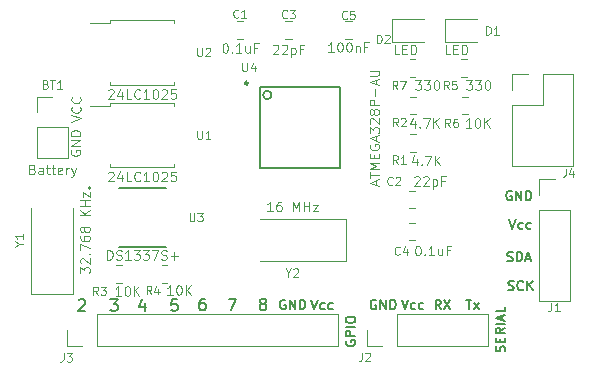
<source format=gto>
%TF.GenerationSoftware,KiCad,Pcbnew,(6.0.6)*%
%TF.CreationDate,2022-11-25T13:48:06+01:00*%
%TF.ProjectId,MCU DataLogger,4d435520-4461-4746-914c-6f676765722e,1*%
%TF.SameCoordinates,Original*%
%TF.FileFunction,Legend,Top*%
%TF.FilePolarity,Positive*%
%FSLAX46Y46*%
G04 Gerber Fmt 4.6, Leading zero omitted, Abs format (unit mm)*
G04 Created by KiCad (PCBNEW (6.0.6)) date 2022-11-25 13:48:06*
%MOMM*%
%LPD*%
G01*
G04 APERTURE LIST*
%ADD10C,0.100000*%
%ADD11C,0.150000*%
%ADD12C,0.120000*%
%ADD13C,0.152400*%
%ADD14C,0.254000*%
%ADD15C,0.127000*%
%ADD16C,0.200000*%
G04 APERTURE END LIST*
D10*
X44151600Y-95910323D02*
X44113504Y-95986514D01*
X44113504Y-96100800D01*
X44151600Y-96215085D01*
X44227790Y-96291276D01*
X44303980Y-96329371D01*
X44456361Y-96367466D01*
X44570647Y-96367466D01*
X44723028Y-96329371D01*
X44799219Y-96291276D01*
X44875409Y-96215085D01*
X44913504Y-96100800D01*
X44913504Y-96024609D01*
X44875409Y-95910323D01*
X44837314Y-95872228D01*
X44570647Y-95872228D01*
X44570647Y-96024609D01*
X44913504Y-95529371D02*
X44113504Y-95529371D01*
X44913504Y-95072228D01*
X44113504Y-95072228D01*
X44913504Y-94691276D02*
X44113504Y-94691276D01*
X44113504Y-94500800D01*
X44151600Y-94386514D01*
X44227790Y-94310323D01*
X44303980Y-94272228D01*
X44456361Y-94234133D01*
X44570647Y-94234133D01*
X44723028Y-94272228D01*
X44799219Y-94310323D01*
X44875409Y-94386514D01*
X44913504Y-94500800D01*
X44913504Y-94691276D01*
X44164304Y-93483209D02*
X44964304Y-93216542D01*
X44164304Y-92949876D01*
X44888114Y-92226066D02*
X44926209Y-92264161D01*
X44964304Y-92378447D01*
X44964304Y-92454638D01*
X44926209Y-92568923D01*
X44850019Y-92645114D01*
X44773828Y-92683209D01*
X44621447Y-92721304D01*
X44507161Y-92721304D01*
X44354780Y-92683209D01*
X44278590Y-92645114D01*
X44202400Y-92568923D01*
X44164304Y-92454638D01*
X44164304Y-92378447D01*
X44202400Y-92264161D01*
X44240495Y-92226066D01*
X44888114Y-91426066D02*
X44926209Y-91464161D01*
X44964304Y-91578447D01*
X44964304Y-91654638D01*
X44926209Y-91768923D01*
X44850019Y-91845114D01*
X44773828Y-91883209D01*
X44621447Y-91921304D01*
X44507161Y-91921304D01*
X44354780Y-91883209D01*
X44278590Y-91845114D01*
X44202400Y-91768923D01*
X44164304Y-91654638D01*
X44164304Y-91578447D01*
X44202400Y-91464161D01*
X44240495Y-91426066D01*
D11*
X67418000Y-112052000D02*
X67379904Y-112128190D01*
X67379904Y-112242476D01*
X67418000Y-112356761D01*
X67494190Y-112432952D01*
X67570380Y-112471047D01*
X67722761Y-112509142D01*
X67837047Y-112509142D01*
X67989428Y-112471047D01*
X68065619Y-112432952D01*
X68141809Y-112356761D01*
X68179904Y-112242476D01*
X68179904Y-112166285D01*
X68141809Y-112052000D01*
X68103714Y-112013904D01*
X67837047Y-112013904D01*
X67837047Y-112166285D01*
X68179904Y-111671047D02*
X67379904Y-111671047D01*
X67379904Y-111366285D01*
X67418000Y-111290095D01*
X67456095Y-111252000D01*
X67532285Y-111213904D01*
X67646571Y-111213904D01*
X67722761Y-111252000D01*
X67760857Y-111290095D01*
X67798952Y-111366285D01*
X67798952Y-111671047D01*
X68179904Y-110871047D02*
X67379904Y-110871047D01*
X67379904Y-110337714D02*
X67379904Y-110185333D01*
X67418000Y-110109142D01*
X67494190Y-110032952D01*
X67646571Y-109994857D01*
X67913238Y-109994857D01*
X68065619Y-110032952D01*
X68141809Y-110109142D01*
X68179904Y-110185333D01*
X68179904Y-110337714D01*
X68141809Y-110413904D01*
X68065619Y-110490095D01*
X67913238Y-110528190D01*
X67646571Y-110528190D01*
X67494190Y-110490095D01*
X67418000Y-110413904D01*
X67379904Y-110337714D01*
X80841809Y-112947219D02*
X80879904Y-112832933D01*
X80879904Y-112642457D01*
X80841809Y-112566266D01*
X80803714Y-112528171D01*
X80727523Y-112490076D01*
X80651333Y-112490076D01*
X80575142Y-112528171D01*
X80537047Y-112566266D01*
X80498952Y-112642457D01*
X80460857Y-112794838D01*
X80422761Y-112871028D01*
X80384666Y-112909123D01*
X80308476Y-112947219D01*
X80232285Y-112947219D01*
X80156095Y-112909123D01*
X80118000Y-112871028D01*
X80079904Y-112794838D01*
X80079904Y-112604361D01*
X80118000Y-112490076D01*
X80460857Y-112147219D02*
X80460857Y-111880552D01*
X80879904Y-111766266D02*
X80879904Y-112147219D01*
X80079904Y-112147219D01*
X80079904Y-111766266D01*
X80879904Y-110966266D02*
X80498952Y-111232933D01*
X80879904Y-111423409D02*
X80079904Y-111423409D01*
X80079904Y-111118647D01*
X80118000Y-111042457D01*
X80156095Y-111004361D01*
X80232285Y-110966266D01*
X80346571Y-110966266D01*
X80422761Y-111004361D01*
X80460857Y-111042457D01*
X80498952Y-111118647D01*
X80498952Y-111423409D01*
X80879904Y-110623409D02*
X80079904Y-110623409D01*
X80651333Y-110280552D02*
X80651333Y-109899600D01*
X80879904Y-110356742D02*
X80079904Y-110090076D01*
X80879904Y-109823409D01*
X80879904Y-109175790D02*
X80879904Y-109556742D01*
X80079904Y-109556742D01*
X81165828Y-107715009D02*
X81280114Y-107753104D01*
X81470590Y-107753104D01*
X81546780Y-107715009D01*
X81584876Y-107676914D01*
X81622971Y-107600723D01*
X81622971Y-107524533D01*
X81584876Y-107448342D01*
X81546780Y-107410247D01*
X81470590Y-107372152D01*
X81318209Y-107334057D01*
X81242019Y-107295961D01*
X81203923Y-107257866D01*
X81165828Y-107181676D01*
X81165828Y-107105485D01*
X81203923Y-107029295D01*
X81242019Y-106991200D01*
X81318209Y-106953104D01*
X81508685Y-106953104D01*
X81622971Y-106991200D01*
X82422971Y-107676914D02*
X82384876Y-107715009D01*
X82270590Y-107753104D01*
X82194400Y-107753104D01*
X82080114Y-107715009D01*
X82003923Y-107638819D01*
X81965828Y-107562628D01*
X81927733Y-107410247D01*
X81927733Y-107295961D01*
X81965828Y-107143580D01*
X82003923Y-107067390D01*
X82080114Y-106991200D01*
X82194400Y-106953104D01*
X82270590Y-106953104D01*
X82384876Y-106991200D01*
X82422971Y-107029295D01*
X82765828Y-107753104D02*
X82765828Y-106953104D01*
X83222971Y-107753104D02*
X82880114Y-107295961D01*
X83222971Y-106953104D02*
X82765828Y-107410247D01*
X81070571Y-105276609D02*
X81184857Y-105314704D01*
X81375333Y-105314704D01*
X81451523Y-105276609D01*
X81489619Y-105238514D01*
X81527714Y-105162323D01*
X81527714Y-105086133D01*
X81489619Y-105009942D01*
X81451523Y-104971847D01*
X81375333Y-104933752D01*
X81222952Y-104895657D01*
X81146761Y-104857561D01*
X81108666Y-104819466D01*
X81070571Y-104743276D01*
X81070571Y-104667085D01*
X81108666Y-104590895D01*
X81146761Y-104552800D01*
X81222952Y-104514704D01*
X81413428Y-104514704D01*
X81527714Y-104552800D01*
X81870571Y-105314704D02*
X81870571Y-104514704D01*
X82061047Y-104514704D01*
X82175333Y-104552800D01*
X82251523Y-104628990D01*
X82289619Y-104705180D01*
X82327714Y-104857561D01*
X82327714Y-104971847D01*
X82289619Y-105124228D01*
X82251523Y-105200419D01*
X82175333Y-105276609D01*
X82061047Y-105314704D01*
X81870571Y-105314704D01*
X82632476Y-105086133D02*
X83013428Y-105086133D01*
X82556285Y-105314704D02*
X82822952Y-104514704D01*
X83089619Y-105314704D01*
X81242019Y-101771504D02*
X81508685Y-102571504D01*
X81775352Y-101771504D01*
X82384876Y-102533409D02*
X82308685Y-102571504D01*
X82156304Y-102571504D01*
X82080114Y-102533409D01*
X82042019Y-102495314D01*
X82003923Y-102419123D01*
X82003923Y-102190552D01*
X82042019Y-102114361D01*
X82080114Y-102076266D01*
X82156304Y-102038171D01*
X82308685Y-102038171D01*
X82384876Y-102076266D01*
X83070590Y-102533409D02*
X82994400Y-102571504D01*
X82842019Y-102571504D01*
X82765828Y-102533409D01*
X82727733Y-102495314D01*
X82689638Y-102419123D01*
X82689638Y-102190552D01*
X82727733Y-102114361D01*
X82765828Y-102076266D01*
X82842019Y-102038171D01*
X82994400Y-102038171D01*
X83070590Y-102076266D01*
X81432476Y-99371200D02*
X81356285Y-99333104D01*
X81242000Y-99333104D01*
X81127714Y-99371200D01*
X81051523Y-99447390D01*
X81013428Y-99523580D01*
X80975333Y-99675961D01*
X80975333Y-99790247D01*
X81013428Y-99942628D01*
X81051523Y-100018819D01*
X81127714Y-100095009D01*
X81242000Y-100133104D01*
X81318190Y-100133104D01*
X81432476Y-100095009D01*
X81470571Y-100056914D01*
X81470571Y-99790247D01*
X81318190Y-99790247D01*
X81813428Y-100133104D02*
X81813428Y-99333104D01*
X82270571Y-100133104D01*
X82270571Y-99333104D01*
X82651523Y-100133104D02*
X82651523Y-99333104D01*
X82842000Y-99333104D01*
X82956285Y-99371200D01*
X83032476Y-99447390D01*
X83070571Y-99523580D01*
X83108666Y-99675961D01*
X83108666Y-99790247D01*
X83070571Y-99942628D01*
X83032476Y-100018819D01*
X82956285Y-100095009D01*
X82842000Y-100133104D01*
X82651523Y-100133104D01*
X77578019Y-108578704D02*
X78035161Y-108578704D01*
X77806590Y-109378704D02*
X77806590Y-108578704D01*
X78225638Y-109378704D02*
X78644685Y-108845371D01*
X78225638Y-108845371D02*
X78644685Y-109378704D01*
X75457066Y-109378704D02*
X75190400Y-108997752D01*
X74999923Y-109378704D02*
X74999923Y-108578704D01*
X75304685Y-108578704D01*
X75380876Y-108616800D01*
X75418971Y-108654895D01*
X75457066Y-108731085D01*
X75457066Y-108845371D01*
X75418971Y-108921561D01*
X75380876Y-108959657D01*
X75304685Y-108997752D01*
X74999923Y-108997752D01*
X75723733Y-108578704D02*
X76257066Y-109378704D01*
X76257066Y-108578704D02*
X75723733Y-109378704D01*
X72148819Y-108578704D02*
X72415485Y-109378704D01*
X72682152Y-108578704D01*
X73291676Y-109340609D02*
X73215485Y-109378704D01*
X73063104Y-109378704D01*
X72986914Y-109340609D01*
X72948819Y-109302514D01*
X72910723Y-109226323D01*
X72910723Y-108997752D01*
X72948819Y-108921561D01*
X72986914Y-108883466D01*
X73063104Y-108845371D01*
X73215485Y-108845371D01*
X73291676Y-108883466D01*
X73977390Y-109340609D02*
X73901200Y-109378704D01*
X73748819Y-109378704D01*
X73672628Y-109340609D01*
X73634533Y-109302514D01*
X73596438Y-109226323D01*
X73596438Y-108997752D01*
X73634533Y-108921561D01*
X73672628Y-108883466D01*
X73748819Y-108845371D01*
X73901200Y-108845371D01*
X73977390Y-108883466D01*
X69951676Y-108616800D02*
X69875485Y-108578704D01*
X69761200Y-108578704D01*
X69646914Y-108616800D01*
X69570723Y-108692990D01*
X69532628Y-108769180D01*
X69494533Y-108921561D01*
X69494533Y-109035847D01*
X69532628Y-109188228D01*
X69570723Y-109264419D01*
X69646914Y-109340609D01*
X69761200Y-109378704D01*
X69837390Y-109378704D01*
X69951676Y-109340609D01*
X69989771Y-109302514D01*
X69989771Y-109035847D01*
X69837390Y-109035847D01*
X70332628Y-109378704D02*
X70332628Y-108578704D01*
X70789771Y-109378704D01*
X70789771Y-108578704D01*
X71170723Y-109378704D02*
X71170723Y-108578704D01*
X71361200Y-108578704D01*
X71475485Y-108616800D01*
X71551676Y-108692990D01*
X71589771Y-108769180D01*
X71627866Y-108921561D01*
X71627866Y-109035847D01*
X71589771Y-109188228D01*
X71551676Y-109264419D01*
X71475485Y-109340609D01*
X71361200Y-109378704D01*
X71170723Y-109378704D01*
X44773885Y-108615219D02*
X44821504Y-108567600D01*
X44916742Y-108519980D01*
X45154838Y-108519980D01*
X45250076Y-108567600D01*
X45297695Y-108615219D01*
X45345314Y-108710457D01*
X45345314Y-108805695D01*
X45297695Y-108948552D01*
X44726266Y-109519980D01*
X45345314Y-109519980D01*
X64478019Y-108578704D02*
X64744685Y-109378704D01*
X65011352Y-108578704D01*
X65620876Y-109340609D02*
X65544685Y-109378704D01*
X65392304Y-109378704D01*
X65316114Y-109340609D01*
X65278019Y-109302514D01*
X65239923Y-109226323D01*
X65239923Y-108997752D01*
X65278019Y-108921561D01*
X65316114Y-108883466D01*
X65392304Y-108845371D01*
X65544685Y-108845371D01*
X65620876Y-108883466D01*
X66306590Y-109340609D02*
X66230400Y-109378704D01*
X66078019Y-109378704D01*
X66001828Y-109340609D01*
X65963733Y-109302514D01*
X65925638Y-109226323D01*
X65925638Y-108997752D01*
X65963733Y-108921561D01*
X66001828Y-108883466D01*
X66078019Y-108845371D01*
X66230400Y-108845371D01*
X66306590Y-108883466D01*
X62280876Y-108616800D02*
X62204685Y-108578704D01*
X62090400Y-108578704D01*
X61976114Y-108616800D01*
X61899923Y-108692990D01*
X61861828Y-108769180D01*
X61823733Y-108921561D01*
X61823733Y-109035847D01*
X61861828Y-109188228D01*
X61899923Y-109264419D01*
X61976114Y-109340609D01*
X62090400Y-109378704D01*
X62166590Y-109378704D01*
X62280876Y-109340609D01*
X62318971Y-109302514D01*
X62318971Y-109035847D01*
X62166590Y-109035847D01*
X62661828Y-109378704D02*
X62661828Y-108578704D01*
X63118971Y-109378704D01*
X63118971Y-108578704D01*
X63499923Y-109378704D02*
X63499923Y-108578704D01*
X63690400Y-108578704D01*
X63804685Y-108616800D01*
X63880876Y-108692990D01*
X63918971Y-108769180D01*
X63957066Y-108921561D01*
X63957066Y-109035847D01*
X63918971Y-109188228D01*
X63880876Y-109264419D01*
X63804685Y-109340609D01*
X63690400Y-109378704D01*
X63499923Y-109378704D01*
X60305961Y-108897752D02*
X60210723Y-108850133D01*
X60163104Y-108802514D01*
X60115485Y-108707276D01*
X60115485Y-108659657D01*
X60163104Y-108564419D01*
X60210723Y-108516800D01*
X60305961Y-108469180D01*
X60496438Y-108469180D01*
X60591676Y-108516800D01*
X60639295Y-108564419D01*
X60686914Y-108659657D01*
X60686914Y-108707276D01*
X60639295Y-108802514D01*
X60591676Y-108850133D01*
X60496438Y-108897752D01*
X60305961Y-108897752D01*
X60210723Y-108945371D01*
X60163104Y-108992990D01*
X60115485Y-109088228D01*
X60115485Y-109278704D01*
X60163104Y-109373942D01*
X60210723Y-109421561D01*
X60305961Y-109469180D01*
X60496438Y-109469180D01*
X60591676Y-109421561D01*
X60639295Y-109373942D01*
X60686914Y-109278704D01*
X60686914Y-109088228D01*
X60639295Y-108992990D01*
X60591676Y-108945371D01*
X60496438Y-108897752D01*
X57477066Y-108469180D02*
X58143733Y-108469180D01*
X57715161Y-109469180D01*
X55460876Y-108469180D02*
X55270400Y-108469180D01*
X55175161Y-108516800D01*
X55127542Y-108564419D01*
X55032304Y-108707276D01*
X54984685Y-108897752D01*
X54984685Y-109278704D01*
X55032304Y-109373942D01*
X55079923Y-109421561D01*
X55175161Y-109469180D01*
X55365638Y-109469180D01*
X55460876Y-109421561D01*
X55508495Y-109373942D01*
X55556114Y-109278704D01*
X55556114Y-109040609D01*
X55508495Y-108945371D01*
X55460876Y-108897752D01*
X55365638Y-108850133D01*
X55175161Y-108850133D01*
X55079923Y-108897752D01*
X55032304Y-108945371D01*
X54984685Y-109040609D01*
X53120895Y-108519980D02*
X52644704Y-108519980D01*
X52597085Y-108996171D01*
X52644704Y-108948552D01*
X52739942Y-108900933D01*
X52978038Y-108900933D01*
X53073276Y-108948552D01*
X53120895Y-108996171D01*
X53168514Y-109091409D01*
X53168514Y-109329504D01*
X53120895Y-109424742D01*
X53073276Y-109472361D01*
X52978038Y-109519980D01*
X52739942Y-109519980D01*
X52644704Y-109472361D01*
X52597085Y-109424742D01*
X50380876Y-108853314D02*
X50380876Y-109519980D01*
X50142780Y-108472361D02*
X49904685Y-109186647D01*
X50523733Y-109186647D01*
X47469466Y-108519980D02*
X48088514Y-108519980D01*
X47755180Y-108900933D01*
X47898038Y-108900933D01*
X47993276Y-108948552D01*
X48040895Y-108996171D01*
X48088514Y-109091409D01*
X48088514Y-109329504D01*
X48040895Y-109424742D01*
X47993276Y-109472361D01*
X47898038Y-109519980D01*
X47612323Y-109519980D01*
X47517085Y-109472361D01*
X47469466Y-109424742D01*
D10*
%TO.C,C1*%
X58303333Y-84628800D02*
X58270000Y-84662133D01*
X58170000Y-84695466D01*
X58103333Y-84695466D01*
X58003333Y-84662133D01*
X57936666Y-84595466D01*
X57903333Y-84528800D01*
X57870000Y-84395466D01*
X57870000Y-84295466D01*
X57903333Y-84162133D01*
X57936666Y-84095466D01*
X58003333Y-84028800D01*
X58103333Y-83995466D01*
X58170000Y-83995466D01*
X58270000Y-84028800D01*
X58303333Y-84062133D01*
X58970000Y-84695466D02*
X58570000Y-84695466D01*
X58770000Y-84695466D02*
X58770000Y-83995466D01*
X58703333Y-84095466D01*
X58636666Y-84162133D01*
X58570000Y-84195466D01*
X57156514Y-86836304D02*
X57232704Y-86836304D01*
X57308895Y-86874400D01*
X57346990Y-86912495D01*
X57385085Y-86988685D01*
X57423180Y-87141066D01*
X57423180Y-87331542D01*
X57385085Y-87483923D01*
X57346990Y-87560114D01*
X57308895Y-87598209D01*
X57232704Y-87636304D01*
X57156514Y-87636304D01*
X57080323Y-87598209D01*
X57042228Y-87560114D01*
X57004133Y-87483923D01*
X56966038Y-87331542D01*
X56966038Y-87141066D01*
X57004133Y-86988685D01*
X57042228Y-86912495D01*
X57080323Y-86874400D01*
X57156514Y-86836304D01*
X57766038Y-87560114D02*
X57804133Y-87598209D01*
X57766038Y-87636304D01*
X57727942Y-87598209D01*
X57766038Y-87560114D01*
X57766038Y-87636304D01*
X58566038Y-87636304D02*
X58108895Y-87636304D01*
X58337466Y-87636304D02*
X58337466Y-86836304D01*
X58261276Y-86950590D01*
X58185085Y-87026780D01*
X58108895Y-87064876D01*
X59251752Y-87102971D02*
X59251752Y-87636304D01*
X58908895Y-87102971D02*
X58908895Y-87522019D01*
X58946990Y-87598209D01*
X59023180Y-87636304D01*
X59137466Y-87636304D01*
X59213657Y-87598209D01*
X59251752Y-87560114D01*
X59899371Y-87217257D02*
X59632704Y-87217257D01*
X59632704Y-87636304D02*
X59632704Y-86836304D01*
X60013657Y-86836304D01*
%TO.C,BT1*%
X41995000Y-90330000D02*
X42095000Y-90363333D01*
X42128333Y-90396666D01*
X42161666Y-90463333D01*
X42161666Y-90563333D01*
X42128333Y-90630000D01*
X42095000Y-90663333D01*
X42028333Y-90696666D01*
X41761666Y-90696666D01*
X41761666Y-89996666D01*
X41995000Y-89996666D01*
X42061666Y-90030000D01*
X42095000Y-90063333D01*
X42128333Y-90130000D01*
X42128333Y-90196666D01*
X42095000Y-90263333D01*
X42061666Y-90296666D01*
X41995000Y-90330000D01*
X41761666Y-90330000D01*
X42361666Y-89996666D02*
X42761666Y-89996666D01*
X42561666Y-90696666D02*
X42561666Y-89996666D01*
X43361666Y-90696666D02*
X42961666Y-90696666D01*
X43161666Y-90696666D02*
X43161666Y-89996666D01*
X43095000Y-90096666D01*
X43028333Y-90163333D01*
X42961666Y-90196666D01*
X40887857Y-97522857D02*
X41002142Y-97560952D01*
X41040238Y-97599047D01*
X41078333Y-97675238D01*
X41078333Y-97789523D01*
X41040238Y-97865714D01*
X41002142Y-97903809D01*
X40925952Y-97941904D01*
X40621190Y-97941904D01*
X40621190Y-97141904D01*
X40887857Y-97141904D01*
X40964047Y-97180000D01*
X41002142Y-97218095D01*
X41040238Y-97294285D01*
X41040238Y-97370476D01*
X41002142Y-97446666D01*
X40964047Y-97484761D01*
X40887857Y-97522857D01*
X40621190Y-97522857D01*
X41764047Y-97941904D02*
X41764047Y-97522857D01*
X41725952Y-97446666D01*
X41649761Y-97408571D01*
X41497380Y-97408571D01*
X41421190Y-97446666D01*
X41764047Y-97903809D02*
X41687857Y-97941904D01*
X41497380Y-97941904D01*
X41421190Y-97903809D01*
X41383095Y-97827619D01*
X41383095Y-97751428D01*
X41421190Y-97675238D01*
X41497380Y-97637142D01*
X41687857Y-97637142D01*
X41764047Y-97599047D01*
X42030714Y-97408571D02*
X42335476Y-97408571D01*
X42145000Y-97141904D02*
X42145000Y-97827619D01*
X42183095Y-97903809D01*
X42259285Y-97941904D01*
X42335476Y-97941904D01*
X42487857Y-97408571D02*
X42792619Y-97408571D01*
X42602142Y-97141904D02*
X42602142Y-97827619D01*
X42640238Y-97903809D01*
X42716428Y-97941904D01*
X42792619Y-97941904D01*
X43364047Y-97903809D02*
X43287857Y-97941904D01*
X43135476Y-97941904D01*
X43059285Y-97903809D01*
X43021190Y-97827619D01*
X43021190Y-97522857D01*
X43059285Y-97446666D01*
X43135476Y-97408571D01*
X43287857Y-97408571D01*
X43364047Y-97446666D01*
X43402142Y-97522857D01*
X43402142Y-97599047D01*
X43021190Y-97675238D01*
X43745000Y-97941904D02*
X43745000Y-97408571D01*
X43745000Y-97560952D02*
X43783095Y-97484761D01*
X43821190Y-97446666D01*
X43897380Y-97408571D01*
X43973571Y-97408571D01*
X44164047Y-97408571D02*
X44354523Y-97941904D01*
X44545000Y-97408571D02*
X44354523Y-97941904D01*
X44278333Y-98132380D01*
X44240238Y-98170476D01*
X44164047Y-98208571D01*
%TO.C,C2*%
X71358933Y-98802000D02*
X71325600Y-98835333D01*
X71225600Y-98868666D01*
X71158933Y-98868666D01*
X71058933Y-98835333D01*
X70992266Y-98768666D01*
X70958933Y-98702000D01*
X70925600Y-98568666D01*
X70925600Y-98468666D01*
X70958933Y-98335333D01*
X70992266Y-98268666D01*
X71058933Y-98202000D01*
X71158933Y-98168666D01*
X71225600Y-98168666D01*
X71325600Y-98202000D01*
X71358933Y-98235333D01*
X71625600Y-98235333D02*
X71658933Y-98202000D01*
X71725600Y-98168666D01*
X71892266Y-98168666D01*
X71958933Y-98202000D01*
X71992266Y-98235333D01*
X72025600Y-98302000D01*
X72025600Y-98368666D01*
X71992266Y-98468666D01*
X71592266Y-98868666D01*
X72025600Y-98868666D01*
X73209314Y-98190095D02*
X73247409Y-98152000D01*
X73323600Y-98113904D01*
X73514076Y-98113904D01*
X73590266Y-98152000D01*
X73628361Y-98190095D01*
X73666457Y-98266285D01*
X73666457Y-98342476D01*
X73628361Y-98456761D01*
X73171219Y-98913904D01*
X73666457Y-98913904D01*
X73971219Y-98190095D02*
X74009314Y-98152000D01*
X74085504Y-98113904D01*
X74275980Y-98113904D01*
X74352171Y-98152000D01*
X74390266Y-98190095D01*
X74428361Y-98266285D01*
X74428361Y-98342476D01*
X74390266Y-98456761D01*
X73933123Y-98913904D01*
X74428361Y-98913904D01*
X74771219Y-98380571D02*
X74771219Y-99180571D01*
X74771219Y-98418666D02*
X74847409Y-98380571D01*
X74999790Y-98380571D01*
X75075980Y-98418666D01*
X75114076Y-98456761D01*
X75152171Y-98532952D01*
X75152171Y-98761523D01*
X75114076Y-98837714D01*
X75075980Y-98875809D01*
X74999790Y-98913904D01*
X74847409Y-98913904D01*
X74771219Y-98875809D01*
X75761695Y-98494857D02*
X75495028Y-98494857D01*
X75495028Y-98913904D02*
X75495028Y-98113904D01*
X75875980Y-98113904D01*
%TO.C,Y2*%
X62531666Y-106288333D02*
X62531666Y-106621666D01*
X62298333Y-105921666D02*
X62531666Y-106288333D01*
X62765000Y-105921666D01*
X62965000Y-105988333D02*
X62998333Y-105955000D01*
X63065000Y-105921666D01*
X63231666Y-105921666D01*
X63298333Y-105955000D01*
X63331666Y-105988333D01*
X63365000Y-106055000D01*
X63365000Y-106121666D01*
X63331666Y-106221666D01*
X62931666Y-106621666D01*
X63365000Y-106621666D01*
X61207857Y-101066904D02*
X60750714Y-101066904D01*
X60979285Y-101066904D02*
X60979285Y-100266904D01*
X60903095Y-100381190D01*
X60826904Y-100457380D01*
X60750714Y-100495476D01*
X61893571Y-100266904D02*
X61741190Y-100266904D01*
X61665000Y-100305000D01*
X61626904Y-100343095D01*
X61550714Y-100457380D01*
X61512619Y-100609761D01*
X61512619Y-100914523D01*
X61550714Y-100990714D01*
X61588809Y-101028809D01*
X61665000Y-101066904D01*
X61817380Y-101066904D01*
X61893571Y-101028809D01*
X61931666Y-100990714D01*
X61969761Y-100914523D01*
X61969761Y-100724047D01*
X61931666Y-100647857D01*
X61893571Y-100609761D01*
X61817380Y-100571666D01*
X61665000Y-100571666D01*
X61588809Y-100609761D01*
X61550714Y-100647857D01*
X61512619Y-100724047D01*
X62922142Y-101066904D02*
X62922142Y-100266904D01*
X63188809Y-100838333D01*
X63455476Y-100266904D01*
X63455476Y-101066904D01*
X63836428Y-101066904D02*
X63836428Y-100266904D01*
X63836428Y-100647857D02*
X64293571Y-100647857D01*
X64293571Y-101066904D02*
X64293571Y-100266904D01*
X64598333Y-100533571D02*
X65017380Y-100533571D01*
X64598333Y-101066904D01*
X65017380Y-101066904D01*
%TO.C,D2*%
X70044533Y-86829066D02*
X70044533Y-86129066D01*
X70211200Y-86129066D01*
X70311200Y-86162400D01*
X70377866Y-86229066D01*
X70411200Y-86295733D01*
X70444533Y-86429066D01*
X70444533Y-86529066D01*
X70411200Y-86662400D01*
X70377866Y-86729066D01*
X70311200Y-86795733D01*
X70211200Y-86829066D01*
X70044533Y-86829066D01*
X70711200Y-86195733D02*
X70744533Y-86162400D01*
X70811200Y-86129066D01*
X70977866Y-86129066D01*
X71044533Y-86162400D01*
X71077866Y-86195733D01*
X71111200Y-86262400D01*
X71111200Y-86329066D01*
X71077866Y-86429066D01*
X70677866Y-86829066D01*
X71111200Y-86829066D01*
X71926514Y-87788704D02*
X71545561Y-87788704D01*
X71545561Y-86988704D01*
X72193180Y-87369657D02*
X72459847Y-87369657D01*
X72574133Y-87788704D02*
X72193180Y-87788704D01*
X72193180Y-86988704D01*
X72574133Y-86988704D01*
X72916990Y-87788704D02*
X72916990Y-86988704D01*
X73107466Y-86988704D01*
X73221752Y-87026800D01*
X73297942Y-87102990D01*
X73336038Y-87179180D01*
X73374133Y-87331561D01*
X73374133Y-87445847D01*
X73336038Y-87598228D01*
X73297942Y-87674419D01*
X73221752Y-87750609D01*
X73107466Y-87788704D01*
X72916990Y-87788704D01*
%TO.C,R3*%
X46416133Y-108165066D02*
X46182800Y-107831733D01*
X46016133Y-108165066D02*
X46016133Y-107465066D01*
X46282800Y-107465066D01*
X46349466Y-107498400D01*
X46382800Y-107531733D01*
X46416133Y-107598400D01*
X46416133Y-107698400D01*
X46382800Y-107765066D01*
X46349466Y-107798400D01*
X46282800Y-107831733D01*
X46016133Y-107831733D01*
X46649466Y-107465066D02*
X47082800Y-107465066D01*
X46849466Y-107731733D01*
X46949466Y-107731733D01*
X47016133Y-107765066D01*
X47049466Y-107798400D01*
X47082800Y-107865066D01*
X47082800Y-108031733D01*
X47049466Y-108098400D01*
X47016133Y-108131733D01*
X46949466Y-108165066D01*
X46749466Y-108165066D01*
X46682800Y-108131733D01*
X46649466Y-108098400D01*
X48368019Y-108210304D02*
X47910876Y-108210304D01*
X48139447Y-108210304D02*
X48139447Y-107410304D01*
X48063257Y-107524590D01*
X47987066Y-107600780D01*
X47910876Y-107638876D01*
X48863257Y-107410304D02*
X48939447Y-107410304D01*
X49015638Y-107448400D01*
X49053733Y-107486495D01*
X49091828Y-107562685D01*
X49129923Y-107715066D01*
X49129923Y-107905542D01*
X49091828Y-108057923D01*
X49053733Y-108134114D01*
X49015638Y-108172209D01*
X48939447Y-108210304D01*
X48863257Y-108210304D01*
X48787066Y-108172209D01*
X48748971Y-108134114D01*
X48710876Y-108057923D01*
X48672780Y-107905542D01*
X48672780Y-107715066D01*
X48710876Y-107562685D01*
X48748971Y-107486495D01*
X48787066Y-107448400D01*
X48863257Y-107410304D01*
X49472780Y-108210304D02*
X49472780Y-107410304D01*
X49929923Y-108210304D02*
X49587066Y-107753161D01*
X49929923Y-107410304D02*
X49472780Y-107867447D01*
%TO.C,R1*%
X71816133Y-97039866D02*
X71582800Y-96706533D01*
X71416133Y-97039866D02*
X71416133Y-96339866D01*
X71682800Y-96339866D01*
X71749466Y-96373200D01*
X71782800Y-96406533D01*
X71816133Y-96473200D01*
X71816133Y-96573200D01*
X71782800Y-96639866D01*
X71749466Y-96673200D01*
X71682800Y-96706533D01*
X71416133Y-96706533D01*
X72482800Y-97039866D02*
X72082800Y-97039866D01*
X72282800Y-97039866D02*
X72282800Y-96339866D01*
X72216133Y-96439866D01*
X72149466Y-96506533D01*
X72082800Y-96539866D01*
X73399752Y-96653371D02*
X73399752Y-97186704D01*
X73209276Y-96348609D02*
X73018800Y-96920038D01*
X73514038Y-96920038D01*
X73818800Y-97110514D02*
X73856895Y-97148609D01*
X73818800Y-97186704D01*
X73780704Y-97148609D01*
X73818800Y-97110514D01*
X73818800Y-97186704D01*
X74123561Y-96386704D02*
X74656895Y-96386704D01*
X74314038Y-97186704D01*
X74961657Y-97186704D02*
X74961657Y-96386704D01*
X75418800Y-97186704D02*
X75075942Y-96729561D01*
X75418800Y-96386704D02*
X74961657Y-96843847D01*
%TO.C,C5*%
X67498133Y-84730400D02*
X67464800Y-84763733D01*
X67364800Y-84797066D01*
X67298133Y-84797066D01*
X67198133Y-84763733D01*
X67131466Y-84697066D01*
X67098133Y-84630400D01*
X67064800Y-84497066D01*
X67064800Y-84397066D01*
X67098133Y-84263733D01*
X67131466Y-84197066D01*
X67198133Y-84130400D01*
X67298133Y-84097066D01*
X67364800Y-84097066D01*
X67464800Y-84130400D01*
X67498133Y-84163733D01*
X68131466Y-84097066D02*
X67798133Y-84097066D01*
X67764800Y-84430400D01*
X67798133Y-84397066D01*
X67864800Y-84363733D01*
X68031466Y-84363733D01*
X68098133Y-84397066D01*
X68131466Y-84430400D01*
X68164800Y-84497066D01*
X68164800Y-84663733D01*
X68131466Y-84730400D01*
X68098133Y-84763733D01*
X68031466Y-84797066D01*
X67864800Y-84797066D01*
X67798133Y-84763733D01*
X67764800Y-84730400D01*
X66376704Y-87585504D02*
X65919561Y-87585504D01*
X66148133Y-87585504D02*
X66148133Y-86785504D01*
X66071942Y-86899790D01*
X65995752Y-86975980D01*
X65919561Y-87014076D01*
X66871942Y-86785504D02*
X66948133Y-86785504D01*
X67024323Y-86823600D01*
X67062419Y-86861695D01*
X67100514Y-86937885D01*
X67138609Y-87090266D01*
X67138609Y-87280742D01*
X67100514Y-87433123D01*
X67062419Y-87509314D01*
X67024323Y-87547409D01*
X66948133Y-87585504D01*
X66871942Y-87585504D01*
X66795752Y-87547409D01*
X66757657Y-87509314D01*
X66719561Y-87433123D01*
X66681466Y-87280742D01*
X66681466Y-87090266D01*
X66719561Y-86937885D01*
X66757657Y-86861695D01*
X66795752Y-86823600D01*
X66871942Y-86785504D01*
X67633847Y-86785504D02*
X67710038Y-86785504D01*
X67786228Y-86823600D01*
X67824323Y-86861695D01*
X67862419Y-86937885D01*
X67900514Y-87090266D01*
X67900514Y-87280742D01*
X67862419Y-87433123D01*
X67824323Y-87509314D01*
X67786228Y-87547409D01*
X67710038Y-87585504D01*
X67633847Y-87585504D01*
X67557657Y-87547409D01*
X67519561Y-87509314D01*
X67481466Y-87433123D01*
X67443371Y-87280742D01*
X67443371Y-87090266D01*
X67481466Y-86937885D01*
X67519561Y-86861695D01*
X67557657Y-86823600D01*
X67633847Y-86785504D01*
X68243371Y-87052171D02*
X68243371Y-87585504D01*
X68243371Y-87128361D02*
X68281466Y-87090266D01*
X68357657Y-87052171D01*
X68471942Y-87052171D01*
X68548133Y-87090266D01*
X68586228Y-87166457D01*
X68586228Y-87585504D01*
X69233847Y-87166457D02*
X68967180Y-87166457D01*
X68967180Y-87585504D02*
X68967180Y-86785504D01*
X69348133Y-86785504D01*
%TO.C,Y1*%
X39728333Y-103838333D02*
X40061666Y-103838333D01*
X39361666Y-104071666D02*
X39728333Y-103838333D01*
X39361666Y-103605000D01*
X40061666Y-103005000D02*
X40061666Y-103405000D01*
X40061666Y-103205000D02*
X39361666Y-103205000D01*
X39461666Y-103271666D01*
X39528333Y-103338333D01*
X39561666Y-103405000D01*
X44906904Y-106298571D02*
X44906904Y-105803333D01*
X45211666Y-106070000D01*
X45211666Y-105955714D01*
X45249761Y-105879523D01*
X45287857Y-105841428D01*
X45364047Y-105803333D01*
X45554523Y-105803333D01*
X45630714Y-105841428D01*
X45668809Y-105879523D01*
X45706904Y-105955714D01*
X45706904Y-106184285D01*
X45668809Y-106260476D01*
X45630714Y-106298571D01*
X44983095Y-105498571D02*
X44945000Y-105460476D01*
X44906904Y-105384285D01*
X44906904Y-105193809D01*
X44945000Y-105117619D01*
X44983095Y-105079523D01*
X45059285Y-105041428D01*
X45135476Y-105041428D01*
X45249761Y-105079523D01*
X45706904Y-105536666D01*
X45706904Y-105041428D01*
X45630714Y-104698571D02*
X45668809Y-104660476D01*
X45706904Y-104698571D01*
X45668809Y-104736666D01*
X45630714Y-104698571D01*
X45706904Y-104698571D01*
X44906904Y-104393809D02*
X44906904Y-103860476D01*
X45706904Y-104203333D01*
X44906904Y-103212857D02*
X44906904Y-103365238D01*
X44945000Y-103441428D01*
X44983095Y-103479523D01*
X45097380Y-103555714D01*
X45249761Y-103593809D01*
X45554523Y-103593809D01*
X45630714Y-103555714D01*
X45668809Y-103517619D01*
X45706904Y-103441428D01*
X45706904Y-103289047D01*
X45668809Y-103212857D01*
X45630714Y-103174761D01*
X45554523Y-103136666D01*
X45364047Y-103136666D01*
X45287857Y-103174761D01*
X45249761Y-103212857D01*
X45211666Y-103289047D01*
X45211666Y-103441428D01*
X45249761Y-103517619D01*
X45287857Y-103555714D01*
X45364047Y-103593809D01*
X45249761Y-102679523D02*
X45211666Y-102755714D01*
X45173571Y-102793809D01*
X45097380Y-102831904D01*
X45059285Y-102831904D01*
X44983095Y-102793809D01*
X44945000Y-102755714D01*
X44906904Y-102679523D01*
X44906904Y-102527142D01*
X44945000Y-102450952D01*
X44983095Y-102412857D01*
X45059285Y-102374761D01*
X45097380Y-102374761D01*
X45173571Y-102412857D01*
X45211666Y-102450952D01*
X45249761Y-102527142D01*
X45249761Y-102679523D01*
X45287857Y-102755714D01*
X45325952Y-102793809D01*
X45402142Y-102831904D01*
X45554523Y-102831904D01*
X45630714Y-102793809D01*
X45668809Y-102755714D01*
X45706904Y-102679523D01*
X45706904Y-102527142D01*
X45668809Y-102450952D01*
X45630714Y-102412857D01*
X45554523Y-102374761D01*
X45402142Y-102374761D01*
X45325952Y-102412857D01*
X45287857Y-102450952D01*
X45249761Y-102527142D01*
X45706904Y-101422380D02*
X44906904Y-101422380D01*
X45706904Y-100965238D02*
X45249761Y-101308095D01*
X44906904Y-100965238D02*
X45364047Y-101422380D01*
X45706904Y-100622380D02*
X44906904Y-100622380D01*
X45287857Y-100622380D02*
X45287857Y-100165238D01*
X45706904Y-100165238D02*
X44906904Y-100165238D01*
X45173571Y-99860476D02*
X45173571Y-99441428D01*
X45706904Y-99860476D01*
X45706904Y-99441428D01*
%TO.C,R7*%
X71765333Y-90740666D02*
X71532000Y-90407333D01*
X71365333Y-90740666D02*
X71365333Y-90040666D01*
X71632000Y-90040666D01*
X71698666Y-90074000D01*
X71732000Y-90107333D01*
X71765333Y-90174000D01*
X71765333Y-90274000D01*
X71732000Y-90340666D01*
X71698666Y-90374000D01*
X71632000Y-90407333D01*
X71365333Y-90407333D01*
X71998666Y-90040666D02*
X72465333Y-90040666D01*
X72165333Y-90740666D01*
X73291828Y-89985904D02*
X73787066Y-89985904D01*
X73520400Y-90290666D01*
X73634685Y-90290666D01*
X73710876Y-90328761D01*
X73748971Y-90366857D01*
X73787066Y-90443047D01*
X73787066Y-90633523D01*
X73748971Y-90709714D01*
X73710876Y-90747809D01*
X73634685Y-90785904D01*
X73406114Y-90785904D01*
X73329923Y-90747809D01*
X73291828Y-90709714D01*
X74053733Y-89985904D02*
X74548971Y-89985904D01*
X74282304Y-90290666D01*
X74396590Y-90290666D01*
X74472780Y-90328761D01*
X74510876Y-90366857D01*
X74548971Y-90443047D01*
X74548971Y-90633523D01*
X74510876Y-90709714D01*
X74472780Y-90747809D01*
X74396590Y-90785904D01*
X74168019Y-90785904D01*
X74091828Y-90747809D01*
X74053733Y-90709714D01*
X75044209Y-89985904D02*
X75120400Y-89985904D01*
X75196590Y-90024000D01*
X75234685Y-90062095D01*
X75272780Y-90138285D01*
X75310876Y-90290666D01*
X75310876Y-90481142D01*
X75272780Y-90633523D01*
X75234685Y-90709714D01*
X75196590Y-90747809D01*
X75120400Y-90785904D01*
X75044209Y-90785904D01*
X74968019Y-90747809D01*
X74929923Y-90709714D01*
X74891828Y-90633523D01*
X74853733Y-90481142D01*
X74853733Y-90290666D01*
X74891828Y-90138285D01*
X74929923Y-90062095D01*
X74968019Y-90024000D01*
X75044209Y-89985904D01*
%TO.C,U2*%
X54838666Y-87246666D02*
X54838666Y-87813333D01*
X54872000Y-87880000D01*
X54905333Y-87913333D01*
X54972000Y-87946666D01*
X55105333Y-87946666D01*
X55172000Y-87913333D01*
X55205333Y-87880000D01*
X55238666Y-87813333D01*
X55238666Y-87246666D01*
X55538666Y-87313333D02*
X55572000Y-87280000D01*
X55638666Y-87246666D01*
X55805333Y-87246666D01*
X55872000Y-87280000D01*
X55905333Y-87313333D01*
X55938666Y-87380000D01*
X55938666Y-87446666D01*
X55905333Y-87546666D01*
X55505333Y-87946666D01*
X55938666Y-87946666D01*
X47307857Y-90828095D02*
X47345952Y-90790000D01*
X47422142Y-90751904D01*
X47612619Y-90751904D01*
X47688809Y-90790000D01*
X47726904Y-90828095D01*
X47765000Y-90904285D01*
X47765000Y-90980476D01*
X47726904Y-91094761D01*
X47269761Y-91551904D01*
X47765000Y-91551904D01*
X48450714Y-91018571D02*
X48450714Y-91551904D01*
X48260238Y-90713809D02*
X48069761Y-91285238D01*
X48565000Y-91285238D01*
X49250714Y-91551904D02*
X48869761Y-91551904D01*
X48869761Y-90751904D01*
X49974523Y-91475714D02*
X49936428Y-91513809D01*
X49822142Y-91551904D01*
X49745952Y-91551904D01*
X49631666Y-91513809D01*
X49555476Y-91437619D01*
X49517380Y-91361428D01*
X49479285Y-91209047D01*
X49479285Y-91094761D01*
X49517380Y-90942380D01*
X49555476Y-90866190D01*
X49631666Y-90790000D01*
X49745952Y-90751904D01*
X49822142Y-90751904D01*
X49936428Y-90790000D01*
X49974523Y-90828095D01*
X50736428Y-91551904D02*
X50279285Y-91551904D01*
X50507857Y-91551904D02*
X50507857Y-90751904D01*
X50431666Y-90866190D01*
X50355476Y-90942380D01*
X50279285Y-90980476D01*
X51231666Y-90751904D02*
X51307857Y-90751904D01*
X51384047Y-90790000D01*
X51422142Y-90828095D01*
X51460238Y-90904285D01*
X51498333Y-91056666D01*
X51498333Y-91247142D01*
X51460238Y-91399523D01*
X51422142Y-91475714D01*
X51384047Y-91513809D01*
X51307857Y-91551904D01*
X51231666Y-91551904D01*
X51155476Y-91513809D01*
X51117380Y-91475714D01*
X51079285Y-91399523D01*
X51041190Y-91247142D01*
X51041190Y-91056666D01*
X51079285Y-90904285D01*
X51117380Y-90828095D01*
X51155476Y-90790000D01*
X51231666Y-90751904D01*
X51803095Y-90828095D02*
X51841190Y-90790000D01*
X51917380Y-90751904D01*
X52107857Y-90751904D01*
X52184047Y-90790000D01*
X52222142Y-90828095D01*
X52260238Y-90904285D01*
X52260238Y-90980476D01*
X52222142Y-91094761D01*
X51765000Y-91551904D01*
X52260238Y-91551904D01*
X52984047Y-90751904D02*
X52603095Y-90751904D01*
X52565000Y-91132857D01*
X52603095Y-91094761D01*
X52679285Y-91056666D01*
X52869761Y-91056666D01*
X52945952Y-91094761D01*
X52984047Y-91132857D01*
X53022142Y-91209047D01*
X53022142Y-91399523D01*
X52984047Y-91475714D01*
X52945952Y-91513809D01*
X52869761Y-91551904D01*
X52679285Y-91551904D01*
X52603095Y-91513809D01*
X52565000Y-91475714D01*
%TO.C,J3*%
X43505466Y-113103866D02*
X43505466Y-113603866D01*
X43472133Y-113703866D01*
X43405466Y-113770533D01*
X43305466Y-113803866D01*
X43238800Y-113803866D01*
X43772133Y-113103866D02*
X44205466Y-113103866D01*
X43972133Y-113370533D01*
X44072133Y-113370533D01*
X44138800Y-113403866D01*
X44172133Y-113437200D01*
X44205466Y-113503866D01*
X44205466Y-113670533D01*
X44172133Y-113737200D01*
X44138800Y-113770533D01*
X44072133Y-113803866D01*
X43872133Y-113803866D01*
X43805466Y-113770533D01*
X43772133Y-113737200D01*
%TO.C,U4*%
X58648666Y-88516666D02*
X58648666Y-89083333D01*
X58682000Y-89150000D01*
X58715333Y-89183333D01*
X58782000Y-89216666D01*
X58915333Y-89216666D01*
X58982000Y-89183333D01*
X59015333Y-89150000D01*
X59048666Y-89083333D01*
X59048666Y-88516666D01*
X59682000Y-88750000D02*
X59682000Y-89216666D01*
X59515333Y-88483333D02*
X59348666Y-88983333D01*
X59782000Y-88983333D01*
X69983333Y-98837142D02*
X69983333Y-98456190D01*
X70211904Y-98913333D02*
X69411904Y-98646666D01*
X70211904Y-98380000D01*
X69411904Y-98227619D02*
X69411904Y-97770476D01*
X70211904Y-97999047D02*
X69411904Y-97999047D01*
X70211904Y-97503809D02*
X69411904Y-97503809D01*
X69983333Y-97237142D01*
X69411904Y-96970476D01*
X70211904Y-96970476D01*
X69792857Y-96589523D02*
X69792857Y-96322857D01*
X70211904Y-96208571D02*
X70211904Y-96589523D01*
X69411904Y-96589523D01*
X69411904Y-96208571D01*
X69450000Y-95446666D02*
X69411904Y-95522857D01*
X69411904Y-95637142D01*
X69450000Y-95751428D01*
X69526190Y-95827619D01*
X69602380Y-95865714D01*
X69754761Y-95903809D01*
X69869047Y-95903809D01*
X70021428Y-95865714D01*
X70097619Y-95827619D01*
X70173809Y-95751428D01*
X70211904Y-95637142D01*
X70211904Y-95560952D01*
X70173809Y-95446666D01*
X70135714Y-95408571D01*
X69869047Y-95408571D01*
X69869047Y-95560952D01*
X69983333Y-95103809D02*
X69983333Y-94722857D01*
X70211904Y-95180000D02*
X69411904Y-94913333D01*
X70211904Y-94646666D01*
X69411904Y-94456190D02*
X69411904Y-93960952D01*
X69716666Y-94227619D01*
X69716666Y-94113333D01*
X69754761Y-94037142D01*
X69792857Y-93999047D01*
X69869047Y-93960952D01*
X70059523Y-93960952D01*
X70135714Y-93999047D01*
X70173809Y-94037142D01*
X70211904Y-94113333D01*
X70211904Y-94341904D01*
X70173809Y-94418095D01*
X70135714Y-94456190D01*
X69488095Y-93656190D02*
X69450000Y-93618095D01*
X69411904Y-93541904D01*
X69411904Y-93351428D01*
X69450000Y-93275238D01*
X69488095Y-93237142D01*
X69564285Y-93199047D01*
X69640476Y-93199047D01*
X69754761Y-93237142D01*
X70211904Y-93694285D01*
X70211904Y-93199047D01*
X69754761Y-92741904D02*
X69716666Y-92818095D01*
X69678571Y-92856190D01*
X69602380Y-92894285D01*
X69564285Y-92894285D01*
X69488095Y-92856190D01*
X69450000Y-92818095D01*
X69411904Y-92741904D01*
X69411904Y-92589523D01*
X69450000Y-92513333D01*
X69488095Y-92475238D01*
X69564285Y-92437142D01*
X69602380Y-92437142D01*
X69678571Y-92475238D01*
X69716666Y-92513333D01*
X69754761Y-92589523D01*
X69754761Y-92741904D01*
X69792857Y-92818095D01*
X69830952Y-92856190D01*
X69907142Y-92894285D01*
X70059523Y-92894285D01*
X70135714Y-92856190D01*
X70173809Y-92818095D01*
X70211904Y-92741904D01*
X70211904Y-92589523D01*
X70173809Y-92513333D01*
X70135714Y-92475238D01*
X70059523Y-92437142D01*
X69907142Y-92437142D01*
X69830952Y-92475238D01*
X69792857Y-92513333D01*
X69754761Y-92589523D01*
X70211904Y-92094285D02*
X69411904Y-92094285D01*
X69411904Y-91789523D01*
X69450000Y-91713333D01*
X69488095Y-91675238D01*
X69564285Y-91637142D01*
X69678571Y-91637142D01*
X69754761Y-91675238D01*
X69792857Y-91713333D01*
X69830952Y-91789523D01*
X69830952Y-92094285D01*
X69907142Y-91294285D02*
X69907142Y-90684761D01*
X69983333Y-90341904D02*
X69983333Y-89960952D01*
X70211904Y-90418095D02*
X69411904Y-90151428D01*
X70211904Y-89884761D01*
X69411904Y-89618095D02*
X70059523Y-89618095D01*
X70135714Y-89580000D01*
X70173809Y-89541904D01*
X70211904Y-89465714D01*
X70211904Y-89313333D01*
X70173809Y-89237142D01*
X70135714Y-89199047D01*
X70059523Y-89160952D01*
X69411904Y-89160952D01*
%TO.C,J2*%
X68753066Y-113053066D02*
X68753066Y-113553066D01*
X68719733Y-113653066D01*
X68653066Y-113719733D01*
X68553066Y-113753066D01*
X68486400Y-113753066D01*
X69053066Y-113119733D02*
X69086400Y-113086400D01*
X69153066Y-113053066D01*
X69319733Y-113053066D01*
X69386400Y-113086400D01*
X69419733Y-113119733D01*
X69453066Y-113186400D01*
X69453066Y-113253066D01*
X69419733Y-113353066D01*
X69019733Y-113753066D01*
X69453066Y-113753066D01*
%TO.C,U1*%
X54838666Y-94257066D02*
X54838666Y-94823733D01*
X54872000Y-94890400D01*
X54905333Y-94923733D01*
X54972000Y-94957066D01*
X55105333Y-94957066D01*
X55172000Y-94923733D01*
X55205333Y-94890400D01*
X55238666Y-94823733D01*
X55238666Y-94257066D01*
X55938666Y-94957066D02*
X55538666Y-94957066D01*
X55738666Y-94957066D02*
X55738666Y-94257066D01*
X55672000Y-94357066D01*
X55605333Y-94423733D01*
X55538666Y-94457066D01*
X47307857Y-97813095D02*
X47345952Y-97775000D01*
X47422142Y-97736904D01*
X47612619Y-97736904D01*
X47688809Y-97775000D01*
X47726904Y-97813095D01*
X47765000Y-97889285D01*
X47765000Y-97965476D01*
X47726904Y-98079761D01*
X47269761Y-98536904D01*
X47765000Y-98536904D01*
X48450714Y-98003571D02*
X48450714Y-98536904D01*
X48260238Y-97698809D02*
X48069761Y-98270238D01*
X48565000Y-98270238D01*
X49250714Y-98536904D02*
X48869761Y-98536904D01*
X48869761Y-97736904D01*
X49974523Y-98460714D02*
X49936428Y-98498809D01*
X49822142Y-98536904D01*
X49745952Y-98536904D01*
X49631666Y-98498809D01*
X49555476Y-98422619D01*
X49517380Y-98346428D01*
X49479285Y-98194047D01*
X49479285Y-98079761D01*
X49517380Y-97927380D01*
X49555476Y-97851190D01*
X49631666Y-97775000D01*
X49745952Y-97736904D01*
X49822142Y-97736904D01*
X49936428Y-97775000D01*
X49974523Y-97813095D01*
X50736428Y-98536904D02*
X50279285Y-98536904D01*
X50507857Y-98536904D02*
X50507857Y-97736904D01*
X50431666Y-97851190D01*
X50355476Y-97927380D01*
X50279285Y-97965476D01*
X51231666Y-97736904D02*
X51307857Y-97736904D01*
X51384047Y-97775000D01*
X51422142Y-97813095D01*
X51460238Y-97889285D01*
X51498333Y-98041666D01*
X51498333Y-98232142D01*
X51460238Y-98384523D01*
X51422142Y-98460714D01*
X51384047Y-98498809D01*
X51307857Y-98536904D01*
X51231666Y-98536904D01*
X51155476Y-98498809D01*
X51117380Y-98460714D01*
X51079285Y-98384523D01*
X51041190Y-98232142D01*
X51041190Y-98041666D01*
X51079285Y-97889285D01*
X51117380Y-97813095D01*
X51155476Y-97775000D01*
X51231666Y-97736904D01*
X51803095Y-97813095D02*
X51841190Y-97775000D01*
X51917380Y-97736904D01*
X52107857Y-97736904D01*
X52184047Y-97775000D01*
X52222142Y-97813095D01*
X52260238Y-97889285D01*
X52260238Y-97965476D01*
X52222142Y-98079761D01*
X51765000Y-98536904D01*
X52260238Y-98536904D01*
X52984047Y-97736904D02*
X52603095Y-97736904D01*
X52565000Y-98117857D01*
X52603095Y-98079761D01*
X52679285Y-98041666D01*
X52869761Y-98041666D01*
X52945952Y-98079761D01*
X52984047Y-98117857D01*
X53022142Y-98194047D01*
X53022142Y-98384523D01*
X52984047Y-98460714D01*
X52945952Y-98498809D01*
X52869761Y-98536904D01*
X52679285Y-98536904D01*
X52603095Y-98498809D01*
X52565000Y-98460714D01*
%TO.C,D1*%
X79290133Y-86117866D02*
X79290133Y-85417866D01*
X79456800Y-85417866D01*
X79556800Y-85451200D01*
X79623466Y-85517866D01*
X79656800Y-85584533D01*
X79690133Y-85717866D01*
X79690133Y-85817866D01*
X79656800Y-85951200D01*
X79623466Y-86017866D01*
X79556800Y-86084533D01*
X79456800Y-86117866D01*
X79290133Y-86117866D01*
X80356800Y-86117866D02*
X79956800Y-86117866D01*
X80156800Y-86117866D02*
X80156800Y-85417866D01*
X80090133Y-85517866D01*
X80023466Y-85584533D01*
X79956800Y-85617866D01*
X76244514Y-87771904D02*
X75863561Y-87771904D01*
X75863561Y-86971904D01*
X76511180Y-87352857D02*
X76777847Y-87352857D01*
X76892133Y-87771904D02*
X76511180Y-87771904D01*
X76511180Y-86971904D01*
X76892133Y-86971904D01*
X77234990Y-87771904D02*
X77234990Y-86971904D01*
X77425466Y-86971904D01*
X77539752Y-87010000D01*
X77615942Y-87086190D01*
X77654038Y-87162380D01*
X77692133Y-87314761D01*
X77692133Y-87429047D01*
X77654038Y-87581428D01*
X77615942Y-87657619D01*
X77539752Y-87733809D01*
X77425466Y-87771904D01*
X77234990Y-87771904D01*
%TO.C,C3*%
X62418133Y-84679600D02*
X62384800Y-84712933D01*
X62284800Y-84746266D01*
X62218133Y-84746266D01*
X62118133Y-84712933D01*
X62051466Y-84646266D01*
X62018133Y-84579600D01*
X61984800Y-84446266D01*
X61984800Y-84346266D01*
X62018133Y-84212933D01*
X62051466Y-84146266D01*
X62118133Y-84079600D01*
X62218133Y-84046266D01*
X62284800Y-84046266D01*
X62384800Y-84079600D01*
X62418133Y-84112933D01*
X62651466Y-84046266D02*
X63084800Y-84046266D01*
X62851466Y-84312933D01*
X62951466Y-84312933D01*
X63018133Y-84346266D01*
X63051466Y-84379600D01*
X63084800Y-84446266D01*
X63084800Y-84612933D01*
X63051466Y-84679600D01*
X63018133Y-84712933D01*
X62951466Y-84746266D01*
X62751466Y-84746266D01*
X62684800Y-84712933D01*
X62651466Y-84679600D01*
X61235714Y-87043095D02*
X61273809Y-87005000D01*
X61350000Y-86966904D01*
X61540476Y-86966904D01*
X61616666Y-87005000D01*
X61654761Y-87043095D01*
X61692857Y-87119285D01*
X61692857Y-87195476D01*
X61654761Y-87309761D01*
X61197619Y-87766904D01*
X61692857Y-87766904D01*
X61997619Y-87043095D02*
X62035714Y-87005000D01*
X62111904Y-86966904D01*
X62302380Y-86966904D01*
X62378571Y-87005000D01*
X62416666Y-87043095D01*
X62454761Y-87119285D01*
X62454761Y-87195476D01*
X62416666Y-87309761D01*
X61959523Y-87766904D01*
X62454761Y-87766904D01*
X62797619Y-87233571D02*
X62797619Y-88033571D01*
X62797619Y-87271666D02*
X62873809Y-87233571D01*
X63026190Y-87233571D01*
X63102380Y-87271666D01*
X63140476Y-87309761D01*
X63178571Y-87385952D01*
X63178571Y-87614523D01*
X63140476Y-87690714D01*
X63102380Y-87728809D01*
X63026190Y-87766904D01*
X62873809Y-87766904D01*
X62797619Y-87728809D01*
X63788095Y-87347857D02*
X63521428Y-87347857D01*
X63521428Y-87766904D02*
X63521428Y-86966904D01*
X63902380Y-86966904D01*
%TO.C,J4*%
X86025066Y-97457466D02*
X86025066Y-97957466D01*
X85991733Y-98057466D01*
X85925066Y-98124133D01*
X85825066Y-98157466D01*
X85758400Y-98157466D01*
X86658400Y-97690800D02*
X86658400Y-98157466D01*
X86491733Y-97424133D02*
X86325066Y-97924133D01*
X86758400Y-97924133D01*
%TO.C,R2*%
X71816133Y-93890266D02*
X71582800Y-93556933D01*
X71416133Y-93890266D02*
X71416133Y-93190266D01*
X71682800Y-93190266D01*
X71749466Y-93223600D01*
X71782800Y-93256933D01*
X71816133Y-93323600D01*
X71816133Y-93423600D01*
X71782800Y-93490266D01*
X71749466Y-93523600D01*
X71682800Y-93556933D01*
X71416133Y-93556933D01*
X72082800Y-93256933D02*
X72116133Y-93223600D01*
X72182800Y-93190266D01*
X72349466Y-93190266D01*
X72416133Y-93223600D01*
X72449466Y-93256933D01*
X72482800Y-93323600D01*
X72482800Y-93390266D01*
X72449466Y-93490266D01*
X72049466Y-93890266D01*
X72482800Y-93890266D01*
X73247352Y-93452971D02*
X73247352Y-93986304D01*
X73056876Y-93148209D02*
X72866400Y-93719638D01*
X73361638Y-93719638D01*
X73666400Y-93910114D02*
X73704495Y-93948209D01*
X73666400Y-93986304D01*
X73628304Y-93948209D01*
X73666400Y-93910114D01*
X73666400Y-93986304D01*
X73971161Y-93186304D02*
X74504495Y-93186304D01*
X74161638Y-93986304D01*
X74809257Y-93986304D02*
X74809257Y-93186304D01*
X75266400Y-93986304D02*
X74923542Y-93529161D01*
X75266400Y-93186304D02*
X74809257Y-93643447D01*
%TO.C,U3*%
X54178266Y-101216666D02*
X54178266Y-101783333D01*
X54211600Y-101850000D01*
X54244933Y-101883333D01*
X54311600Y-101916666D01*
X54444933Y-101916666D01*
X54511600Y-101883333D01*
X54544933Y-101850000D01*
X54578266Y-101783333D01*
X54578266Y-101216666D01*
X54844933Y-101216666D02*
X55278266Y-101216666D01*
X55044933Y-101483333D01*
X55144933Y-101483333D01*
X55211600Y-101516666D01*
X55244933Y-101550000D01*
X55278266Y-101616666D01*
X55278266Y-101783333D01*
X55244933Y-101850000D01*
X55211600Y-101883333D01*
X55144933Y-101916666D01*
X54944933Y-101916666D01*
X54878266Y-101883333D01*
X54844933Y-101850000D01*
X47199923Y-105162304D02*
X47199923Y-104362304D01*
X47390400Y-104362304D01*
X47504685Y-104400400D01*
X47580876Y-104476590D01*
X47618971Y-104552780D01*
X47657066Y-104705161D01*
X47657066Y-104819447D01*
X47618971Y-104971828D01*
X47580876Y-105048019D01*
X47504685Y-105124209D01*
X47390400Y-105162304D01*
X47199923Y-105162304D01*
X47961828Y-105124209D02*
X48076114Y-105162304D01*
X48266590Y-105162304D01*
X48342780Y-105124209D01*
X48380876Y-105086114D01*
X48418971Y-105009923D01*
X48418971Y-104933733D01*
X48380876Y-104857542D01*
X48342780Y-104819447D01*
X48266590Y-104781352D01*
X48114209Y-104743257D01*
X48038019Y-104705161D01*
X47999923Y-104667066D01*
X47961828Y-104590876D01*
X47961828Y-104514685D01*
X47999923Y-104438495D01*
X48038019Y-104400400D01*
X48114209Y-104362304D01*
X48304685Y-104362304D01*
X48418971Y-104400400D01*
X49180876Y-105162304D02*
X48723733Y-105162304D01*
X48952304Y-105162304D02*
X48952304Y-104362304D01*
X48876114Y-104476590D01*
X48799923Y-104552780D01*
X48723733Y-104590876D01*
X49447542Y-104362304D02*
X49942780Y-104362304D01*
X49676114Y-104667066D01*
X49790400Y-104667066D01*
X49866590Y-104705161D01*
X49904685Y-104743257D01*
X49942780Y-104819447D01*
X49942780Y-105009923D01*
X49904685Y-105086114D01*
X49866590Y-105124209D01*
X49790400Y-105162304D01*
X49561828Y-105162304D01*
X49485638Y-105124209D01*
X49447542Y-105086114D01*
X50209447Y-104362304D02*
X50704685Y-104362304D01*
X50438019Y-104667066D01*
X50552304Y-104667066D01*
X50628495Y-104705161D01*
X50666590Y-104743257D01*
X50704685Y-104819447D01*
X50704685Y-105009923D01*
X50666590Y-105086114D01*
X50628495Y-105124209D01*
X50552304Y-105162304D01*
X50323733Y-105162304D01*
X50247542Y-105124209D01*
X50209447Y-105086114D01*
X50971352Y-104362304D02*
X51504685Y-104362304D01*
X51161828Y-105162304D01*
X51771352Y-105124209D02*
X51885638Y-105162304D01*
X52076114Y-105162304D01*
X52152304Y-105124209D01*
X52190400Y-105086114D01*
X52228495Y-105009923D01*
X52228495Y-104933733D01*
X52190400Y-104857542D01*
X52152304Y-104819447D01*
X52076114Y-104781352D01*
X51923733Y-104743257D01*
X51847542Y-104705161D01*
X51809447Y-104667066D01*
X51771352Y-104590876D01*
X51771352Y-104514685D01*
X51809447Y-104438495D01*
X51847542Y-104400400D01*
X51923733Y-104362304D01*
X52114209Y-104362304D01*
X52228495Y-104400400D01*
X52571352Y-104857542D02*
X53180876Y-104857542D01*
X52876114Y-105162304D02*
X52876114Y-104552780D01*
%TO.C,C4*%
X71968533Y-104694800D02*
X71935200Y-104728133D01*
X71835200Y-104761466D01*
X71768533Y-104761466D01*
X71668533Y-104728133D01*
X71601866Y-104661466D01*
X71568533Y-104594800D01*
X71535200Y-104461466D01*
X71535200Y-104361466D01*
X71568533Y-104228133D01*
X71601866Y-104161466D01*
X71668533Y-104094800D01*
X71768533Y-104061466D01*
X71835200Y-104061466D01*
X71935200Y-104094800D01*
X71968533Y-104128133D01*
X72568533Y-104294800D02*
X72568533Y-104761466D01*
X72401866Y-104028133D02*
X72235200Y-104528133D01*
X72668533Y-104528133D01*
X73463314Y-104006704D02*
X73539504Y-104006704D01*
X73615695Y-104044800D01*
X73653790Y-104082895D01*
X73691885Y-104159085D01*
X73729980Y-104311466D01*
X73729980Y-104501942D01*
X73691885Y-104654323D01*
X73653790Y-104730514D01*
X73615695Y-104768609D01*
X73539504Y-104806704D01*
X73463314Y-104806704D01*
X73387123Y-104768609D01*
X73349028Y-104730514D01*
X73310933Y-104654323D01*
X73272838Y-104501942D01*
X73272838Y-104311466D01*
X73310933Y-104159085D01*
X73349028Y-104082895D01*
X73387123Y-104044800D01*
X73463314Y-104006704D01*
X74072838Y-104730514D02*
X74110933Y-104768609D01*
X74072838Y-104806704D01*
X74034742Y-104768609D01*
X74072838Y-104730514D01*
X74072838Y-104806704D01*
X74872838Y-104806704D02*
X74415695Y-104806704D01*
X74644266Y-104806704D02*
X74644266Y-104006704D01*
X74568076Y-104120990D01*
X74491885Y-104197180D01*
X74415695Y-104235276D01*
X75558552Y-104273371D02*
X75558552Y-104806704D01*
X75215695Y-104273371D02*
X75215695Y-104692419D01*
X75253790Y-104768609D01*
X75329980Y-104806704D01*
X75444266Y-104806704D01*
X75520457Y-104768609D01*
X75558552Y-104730514D01*
X76206171Y-104387657D02*
X75939504Y-104387657D01*
X75939504Y-104806704D02*
X75939504Y-104006704D01*
X76320457Y-104006704D01*
%TO.C,J1*%
X84805866Y-108836666D02*
X84805866Y-109336666D01*
X84772533Y-109436666D01*
X84705866Y-109503333D01*
X84605866Y-109536666D01*
X84539200Y-109536666D01*
X85505866Y-109536666D02*
X85105866Y-109536666D01*
X85305866Y-109536666D02*
X85305866Y-108836666D01*
X85239200Y-108936666D01*
X85172533Y-109003333D01*
X85105866Y-109036666D01*
%TO.C,R6*%
X76235733Y-93941066D02*
X76002400Y-93607733D01*
X75835733Y-93941066D02*
X75835733Y-93241066D01*
X76102400Y-93241066D01*
X76169066Y-93274400D01*
X76202400Y-93307733D01*
X76235733Y-93374400D01*
X76235733Y-93474400D01*
X76202400Y-93541066D01*
X76169066Y-93574400D01*
X76102400Y-93607733D01*
X75835733Y-93607733D01*
X76835733Y-93241066D02*
X76702400Y-93241066D01*
X76635733Y-93274400D01*
X76602400Y-93307733D01*
X76535733Y-93407733D01*
X76502400Y-93541066D01*
X76502400Y-93807733D01*
X76535733Y-93874400D01*
X76569066Y-93907733D01*
X76635733Y-93941066D01*
X76769066Y-93941066D01*
X76835733Y-93907733D01*
X76869066Y-93874400D01*
X76902400Y-93807733D01*
X76902400Y-93641066D01*
X76869066Y-93574400D01*
X76835733Y-93541066D01*
X76769066Y-93507733D01*
X76635733Y-93507733D01*
X76569066Y-93541066D01*
X76535733Y-93574400D01*
X76502400Y-93641066D01*
X78035219Y-93986304D02*
X77578076Y-93986304D01*
X77806647Y-93986304D02*
X77806647Y-93186304D01*
X77730457Y-93300590D01*
X77654266Y-93376780D01*
X77578076Y-93414876D01*
X78530457Y-93186304D02*
X78606647Y-93186304D01*
X78682838Y-93224400D01*
X78720933Y-93262495D01*
X78759028Y-93338685D01*
X78797123Y-93491066D01*
X78797123Y-93681542D01*
X78759028Y-93833923D01*
X78720933Y-93910114D01*
X78682838Y-93948209D01*
X78606647Y-93986304D01*
X78530457Y-93986304D01*
X78454266Y-93948209D01*
X78416171Y-93910114D01*
X78378076Y-93833923D01*
X78339980Y-93681542D01*
X78339980Y-93491066D01*
X78378076Y-93338685D01*
X78416171Y-93262495D01*
X78454266Y-93224400D01*
X78530457Y-93186304D01*
X79139980Y-93986304D02*
X79139980Y-93186304D01*
X79597123Y-93986304D02*
X79254266Y-93529161D01*
X79597123Y-93186304D02*
X79139980Y-93643447D01*
%TO.C,R4*%
X50937333Y-108114266D02*
X50704000Y-107780933D01*
X50537333Y-108114266D02*
X50537333Y-107414266D01*
X50804000Y-107414266D01*
X50870666Y-107447600D01*
X50904000Y-107480933D01*
X50937333Y-107547600D01*
X50937333Y-107647600D01*
X50904000Y-107714266D01*
X50870666Y-107747600D01*
X50804000Y-107780933D01*
X50537333Y-107780933D01*
X51537333Y-107647600D02*
X51537333Y-108114266D01*
X51370666Y-107380933D02*
X51204000Y-107880933D01*
X51637333Y-107880933D01*
X52736819Y-108159504D02*
X52279676Y-108159504D01*
X52508247Y-108159504D02*
X52508247Y-107359504D01*
X52432057Y-107473790D01*
X52355866Y-107549980D01*
X52279676Y-107588076D01*
X53232057Y-107359504D02*
X53308247Y-107359504D01*
X53384438Y-107397600D01*
X53422533Y-107435695D01*
X53460628Y-107511885D01*
X53498723Y-107664266D01*
X53498723Y-107854742D01*
X53460628Y-108007123D01*
X53422533Y-108083314D01*
X53384438Y-108121409D01*
X53308247Y-108159504D01*
X53232057Y-108159504D01*
X53155866Y-108121409D01*
X53117771Y-108083314D01*
X53079676Y-108007123D01*
X53041580Y-107854742D01*
X53041580Y-107664266D01*
X53079676Y-107511885D01*
X53117771Y-107435695D01*
X53155866Y-107397600D01*
X53232057Y-107359504D01*
X53841580Y-108159504D02*
X53841580Y-107359504D01*
X54298723Y-108159504D02*
X53955866Y-107702361D01*
X54298723Y-107359504D02*
X53841580Y-107816647D01*
%TO.C,R5*%
X76134133Y-90740666D02*
X75900800Y-90407333D01*
X75734133Y-90740666D02*
X75734133Y-90040666D01*
X76000800Y-90040666D01*
X76067466Y-90074000D01*
X76100800Y-90107333D01*
X76134133Y-90174000D01*
X76134133Y-90274000D01*
X76100800Y-90340666D01*
X76067466Y-90374000D01*
X76000800Y-90407333D01*
X75734133Y-90407333D01*
X76767466Y-90040666D02*
X76434133Y-90040666D01*
X76400800Y-90374000D01*
X76434133Y-90340666D01*
X76500800Y-90307333D01*
X76667466Y-90307333D01*
X76734133Y-90340666D01*
X76767466Y-90374000D01*
X76800800Y-90440666D01*
X76800800Y-90607333D01*
X76767466Y-90674000D01*
X76734133Y-90707333D01*
X76667466Y-90740666D01*
X76500800Y-90740666D01*
X76434133Y-90707333D01*
X76400800Y-90674000D01*
X77609828Y-89985904D02*
X78105066Y-89985904D01*
X77838400Y-90290666D01*
X77952685Y-90290666D01*
X78028876Y-90328761D01*
X78066971Y-90366857D01*
X78105066Y-90443047D01*
X78105066Y-90633523D01*
X78066971Y-90709714D01*
X78028876Y-90747809D01*
X77952685Y-90785904D01*
X77724114Y-90785904D01*
X77647923Y-90747809D01*
X77609828Y-90709714D01*
X78371733Y-89985904D02*
X78866971Y-89985904D01*
X78600304Y-90290666D01*
X78714590Y-90290666D01*
X78790780Y-90328761D01*
X78828876Y-90366857D01*
X78866971Y-90443047D01*
X78866971Y-90633523D01*
X78828876Y-90709714D01*
X78790780Y-90747809D01*
X78714590Y-90785904D01*
X78486019Y-90785904D01*
X78409828Y-90747809D01*
X78371733Y-90709714D01*
X79362209Y-89985904D02*
X79438400Y-89985904D01*
X79514590Y-90024000D01*
X79552685Y-90062095D01*
X79590780Y-90138285D01*
X79628876Y-90290666D01*
X79628876Y-90481142D01*
X79590780Y-90633523D01*
X79552685Y-90709714D01*
X79514590Y-90747809D01*
X79438400Y-90785904D01*
X79362209Y-90785904D01*
X79286019Y-90747809D01*
X79247923Y-90709714D01*
X79209828Y-90633523D01*
X79171733Y-90481142D01*
X79171733Y-90290666D01*
X79209828Y-90138285D01*
X79247923Y-90062095D01*
X79286019Y-90024000D01*
X79362209Y-89985904D01*
D12*
%TO.C,C1*%
X58158748Y-86460000D02*
X58681252Y-86460000D01*
X58158748Y-84990000D02*
X58681252Y-84990000D01*
%TO.C,BT1*%
X41215000Y-96580000D02*
X43875000Y-96580000D01*
X41215000Y-92710000D02*
X41215000Y-91380000D01*
X41215000Y-93980000D02*
X41215000Y-96580000D01*
X41215000Y-91380000D02*
X42545000Y-91380000D01*
X41215000Y-93980000D02*
X43875000Y-93980000D01*
X43875000Y-93980000D02*
X43875000Y-96580000D01*
%TO.C,C2*%
X73273752Y-99341000D02*
X72751248Y-99341000D01*
X73273752Y-100811000D02*
X72751248Y-100811000D01*
%TO.C,Y2*%
X67415000Y-105305000D02*
X67415000Y-101705000D01*
X67415000Y-101705000D02*
X60165000Y-101705000D01*
X60165000Y-105305000D02*
X67415000Y-105305000D01*
%TO.C,D2*%
X73995000Y-84800000D02*
X71310000Y-84800000D01*
X71310000Y-86720000D02*
X73995000Y-86720000D01*
X71310000Y-84800000D02*
X71310000Y-86720000D01*
%TO.C,R3*%
X47984036Y-105640200D02*
X48438164Y-105640200D01*
X47984036Y-107110200D02*
X48438164Y-107110200D01*
%TO.C,R1*%
X73319564Y-96020000D02*
X72865436Y-96020000D01*
X73319564Y-94550000D02*
X72865436Y-94550000D01*
%TO.C,C5*%
X67368748Y-86460000D02*
X67891252Y-86460000D01*
X67368748Y-84990000D02*
X67891252Y-84990000D01*
%TO.C,Y1*%
X44345000Y-108055000D02*
X44345000Y-100805000D01*
X40745000Y-108055000D02*
X44345000Y-108055000D01*
X40745000Y-100805000D02*
X40745000Y-108055000D01*
%TO.C,R7*%
X72822936Y-88200000D02*
X73277064Y-88200000D01*
X72822936Y-89670000D02*
X73277064Y-89670000D01*
%TO.C,U2*%
X47440000Y-85165000D02*
X45765000Y-85165000D01*
X52890000Y-84905000D02*
X52890000Y-85165000D01*
X52890000Y-90355000D02*
X52890000Y-90095000D01*
X47440000Y-84905000D02*
X47440000Y-85165000D01*
X50165000Y-90355000D02*
X47440000Y-90355000D01*
X47440000Y-90355000D02*
X47440000Y-90095000D01*
X50165000Y-84905000D02*
X52890000Y-84905000D01*
X50165000Y-90355000D02*
X52890000Y-90355000D01*
X50165000Y-84905000D02*
X47440000Y-84905000D01*
%TO.C,J3*%
X43755000Y-112455000D02*
X43755000Y-111125000D01*
X46355000Y-109795000D02*
X66735000Y-109795000D01*
X46355000Y-112455000D02*
X46355000Y-109795000D01*
X45085000Y-112455000D02*
X43755000Y-112455000D01*
X66735000Y-112455000D02*
X66735000Y-109795000D01*
X46355000Y-112455000D02*
X66735000Y-112455000D01*
D13*
%TO.C,U4*%
X66900000Y-90580000D02*
X66900000Y-97380000D01*
X60100000Y-90580000D02*
X66900000Y-90580000D01*
X66900000Y-97380000D02*
X60100000Y-97380000D01*
X60100000Y-97380000D02*
X60100000Y-90580000D01*
X61116000Y-91236800D02*
G75*
G03*
X61116000Y-91236800I-359200J0D01*
G01*
D14*
X59127000Y-90230000D02*
G75*
G03*
X59127000Y-90230000I-127000J0D01*
G01*
D12*
%TO.C,J2*%
X70495000Y-112455000D02*
X69165000Y-112455000D01*
X69165000Y-112455000D02*
X69165000Y-111125000D01*
X71765000Y-112455000D02*
X71765000Y-109795000D01*
X71765000Y-109795000D02*
X79445000Y-109795000D01*
X71765000Y-112455000D02*
X79445000Y-112455000D01*
X79445000Y-112455000D02*
X79445000Y-109795000D01*
%TO.C,U1*%
X52890000Y-97340000D02*
X52890000Y-97080000D01*
X47440000Y-91890000D02*
X47440000Y-92150000D01*
X50165000Y-97340000D02*
X47440000Y-97340000D01*
X47440000Y-97340000D02*
X47440000Y-97080000D01*
X50165000Y-91890000D02*
X52890000Y-91890000D01*
X50165000Y-97340000D02*
X52890000Y-97340000D01*
X50165000Y-91890000D02*
X47440000Y-91890000D01*
X47440000Y-92150000D02*
X45765000Y-92150000D01*
X52890000Y-91890000D02*
X52890000Y-92150000D01*
%TO.C,D1*%
X75785000Y-84800000D02*
X75785000Y-86720000D01*
X78470000Y-84800000D02*
X75785000Y-84800000D01*
X75785000Y-86720000D02*
X78470000Y-86720000D01*
%TO.C,C3*%
X62288748Y-84990000D02*
X62811252Y-84990000D01*
X62288748Y-86460000D02*
X62811252Y-86460000D01*
%TO.C,J4*%
X81474000Y-92090000D02*
X84074000Y-92090000D01*
X81474000Y-92090000D02*
X81474000Y-97230000D01*
X81474000Y-90820000D02*
X81474000Y-89490000D01*
X81474000Y-89490000D02*
X82804000Y-89490000D01*
X84074000Y-89490000D02*
X86674000Y-89490000D01*
X86674000Y-89490000D02*
X86674000Y-97230000D01*
X81474000Y-97230000D02*
X86674000Y-97230000D01*
X84074000Y-92090000D02*
X84074000Y-89490000D01*
%TO.C,R2*%
X73319564Y-92845000D02*
X72865436Y-92845000D01*
X73319564Y-91375000D02*
X72865436Y-91375000D01*
D15*
%TO.C,U3*%
X48165000Y-104120000D02*
X52165000Y-104120000D01*
X48165000Y-99080000D02*
X52165000Y-99080000D01*
D16*
X45820000Y-99105000D02*
G75*
G03*
X45820000Y-99105000I-100000J0D01*
G01*
D12*
%TO.C,C4*%
X73286252Y-102071000D02*
X72763748Y-102071000D01*
X73286252Y-103541000D02*
X72763748Y-103541000D01*
%TO.C,J1*%
X83755000Y-100980000D02*
X86415000Y-100980000D01*
X86415000Y-100980000D02*
X86415000Y-108660000D01*
X83755000Y-100980000D02*
X83755000Y-108660000D01*
X83755000Y-99710000D02*
X83755000Y-98380000D01*
X83755000Y-108660000D02*
X86415000Y-108660000D01*
X83755000Y-98380000D02*
X85085000Y-98380000D01*
%TO.C,R6*%
X77267936Y-91375000D02*
X77722064Y-91375000D01*
X77267936Y-92845000D02*
X77722064Y-92845000D01*
%TO.C,R4*%
X52273564Y-107110200D02*
X51819436Y-107110200D01*
X52273564Y-105640200D02*
X51819436Y-105640200D01*
%TO.C,R5*%
X77642064Y-88200000D02*
X77187936Y-88200000D01*
X77642064Y-89670000D02*
X77187936Y-89670000D01*
%TD*%
M02*

</source>
